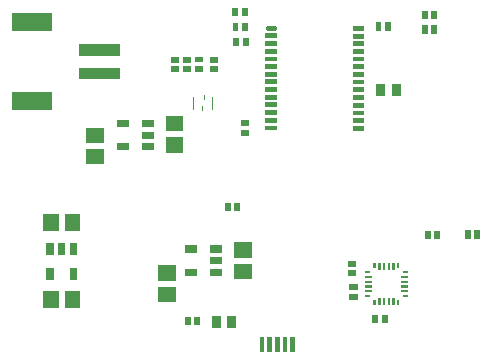
<source format=gtp>
G04 start of page 12 for group -4015 idx -4015 *
G04 Title: SAP, toppaste *
G04 Creator: pcb 4.0.2 *
G04 CreationDate: Sat Jan 19 10:52:36 2019 UTC *
G04 For: phil *
G04 Format: Gerber/RS-274X *
G04 PCB-Dimensions (mil): 1811.02 1574.80 *
G04 PCB-Coordinate-Origin: lower left *
%MOIN*%
%FSLAX25Y25*%
%LNGTP*%
%ADD73C,0.0001*%
%ADD72C,0.0160*%
G54D72*X86453Y127480D02*X88653D01*
G54D73*G36*
X85653Y125680D02*Y124080D01*
X89453D01*
Y125680D01*
X85653D01*
G37*
G36*
Y123180D02*Y121580D01*
X89453D01*
Y123180D01*
X85653D01*
G37*
G36*
Y120580D02*Y118980D01*
X89453D01*
Y120580D01*
X85653D01*
G37*
G36*
Y117980D02*Y116380D01*
X89453D01*
Y117980D01*
X85653D01*
G37*
G36*
Y115480D02*Y113880D01*
X89453D01*
Y115480D01*
X85653D01*
G37*
G36*
Y112880D02*Y111280D01*
X89453D01*
Y112880D01*
X85653D01*
G37*
G36*
Y110380D02*Y108780D01*
X89453D01*
Y110380D01*
X85653D01*
G37*
G36*
Y107780D02*Y106180D01*
X89453D01*
Y107780D01*
X85653D01*
G37*
G36*
Y105180D02*Y103580D01*
X89453D01*
Y105180D01*
X85653D01*
G37*
G36*
Y102680D02*Y101080D01*
X89453D01*
Y102680D01*
X85653D01*
G37*
G36*
Y100080D02*Y98480D01*
X89453D01*
Y100080D01*
X85653D01*
G37*
G36*
Y97580D02*Y95980D01*
X89453D01*
Y97580D01*
X85653D01*
G37*
G36*
Y94980D02*Y93380D01*
X89453D01*
Y94980D01*
X85653D01*
G37*
G36*
X114753Y94880D02*Y93280D01*
X118553D01*
Y94880D01*
X114753D01*
G37*
G36*
Y97480D02*Y95880D01*
X118553D01*
Y97480D01*
X114753D01*
G37*
G36*
Y99980D02*Y98380D01*
X118553D01*
Y99980D01*
X114753D01*
G37*
G36*
Y102580D02*Y100980D01*
X118553D01*
Y102580D01*
X114753D01*
G37*
G36*
Y105180D02*Y103580D01*
X118553D01*
Y105180D01*
X114753D01*
G37*
G36*
Y107680D02*Y106080D01*
X118553D01*
Y107680D01*
X114753D01*
G37*
G36*
Y110280D02*Y108680D01*
X118553D01*
Y110280D01*
X114753D01*
G37*
G36*
Y112780D02*Y111180D01*
X118553D01*
Y112780D01*
X114753D01*
G37*
G36*
Y115380D02*Y113780D01*
X118553D01*
Y115380D01*
X114753D01*
G37*
G36*
Y117980D02*Y116380D01*
X118553D01*
Y117980D01*
X114753D01*
G37*
G36*
Y120480D02*Y118880D01*
X118553D01*
Y120480D01*
X114753D01*
G37*
G36*
Y123080D02*Y121480D01*
X118553D01*
Y123080D01*
X114753D01*
G37*
G36*
Y125580D02*Y123980D01*
X118553D01*
Y125580D01*
X114753D01*
G37*
G36*
Y128180D02*Y126580D01*
X118553D01*
Y128180D01*
X114753D01*
G37*
G36*
X25985Y87205D02*Y82087D01*
X31889D01*
Y87205D01*
X25985D01*
G37*
G36*
Y94291D02*Y89173D01*
X31889D01*
Y94291D01*
X25985D01*
G37*
G36*
X52421Y91094D02*Y85976D01*
X58325D01*
Y91094D01*
X52421D01*
G37*
G36*
Y98180D02*Y93062D01*
X58325D01*
Y98180D01*
X52421D01*
G37*
G36*
X50041Y41265D02*Y36147D01*
X55945D01*
Y41265D01*
X50041D01*
G37*
G36*
Y48351D02*Y43233D01*
X55945D01*
Y48351D01*
X50041D01*
G37*
G36*
X75357Y56061D02*Y50943D01*
X81261D01*
Y56061D01*
X75357D01*
G37*
G36*
Y48975D02*Y43857D01*
X81261D01*
Y48975D01*
X75357D01*
G37*
G36*
X59057Y55038D02*Y52638D01*
X63057D01*
Y55038D01*
X59057D01*
G37*
G36*
Y47238D02*Y44838D01*
X63057D01*
Y47238D01*
X59057D01*
G37*
G36*
X67257D02*Y44838D01*
X71257D01*
Y47238D01*
X67257D01*
G37*
G36*
Y51138D02*Y48738D01*
X71257D01*
Y51138D01*
X67257D01*
G37*
G36*
Y55038D02*Y52638D01*
X71257D01*
Y55038D01*
X67257D01*
G37*
G36*
X23580Y122139D02*Y118219D01*
X37350D01*
Y122139D01*
X23580D01*
G37*
G36*
Y114264D02*Y110334D01*
X37350D01*
Y114264D01*
X23580D01*
G37*
G36*
X1145Y132359D02*Y126459D01*
X14525D01*
Y132359D01*
X1145D01*
G37*
G36*
X1150Y106009D02*Y100109D01*
X14520D01*
Y106009D01*
X1150D01*
G37*
G36*
X15093Y47591D02*X12693D01*
Y43591D01*
X15093D01*
Y47591D01*
G37*
G36*
X22893D02*X20493D01*
Y43591D01*
X22893D01*
Y47591D01*
G37*
G36*
Y55791D02*X20493D01*
Y51791D01*
X22893D01*
Y55791D01*
G37*
G36*
X18993D02*X16593D01*
Y51791D01*
X18993D01*
Y55791D01*
G37*
G36*
X15093D02*X12693D01*
Y51791D01*
X15093D01*
Y55791D01*
G37*
G36*
X23936Y65629D02*X18818D01*
Y59725D01*
X23936D01*
Y65629D01*
G37*
G36*
X16850D02*X11732D01*
Y59725D01*
X16850D01*
Y65629D01*
G37*
G36*
X16772Y39960D02*X11654D01*
Y34056D01*
X16772D01*
Y39960D01*
G37*
G36*
X23858D02*X18740D01*
Y34056D01*
X23858D01*
Y39960D01*
G37*
G36*
X142910Y133188D02*X140942D01*
Y130434D01*
X142910D01*
Y133188D01*
G37*
G36*
X139762D02*X137794D01*
Y130434D01*
X139762D01*
Y133188D01*
G37*
G36*
X139765Y128346D02*X137797D01*
Y125592D01*
X139765D01*
Y128346D01*
G37*
G36*
X142913D02*X140945D01*
Y125592D01*
X142913D01*
Y128346D01*
G37*
G36*
X143896Y59842D02*X141928D01*
Y57088D01*
X143896D01*
Y59842D01*
G37*
G36*
X140748D02*X138780D01*
Y57088D01*
X140748D01*
Y59842D01*
G37*
G36*
X154135Y59999D02*X152167D01*
Y57245D01*
X154135D01*
Y59999D01*
G37*
G36*
X157283D02*X155315D01*
Y57245D01*
X157283D01*
Y59999D01*
G37*
G36*
X76004Y31496D02*X73052D01*
Y27560D01*
X76004D01*
Y31496D01*
G37*
G36*
X70886D02*X67934D01*
Y27560D01*
X70886D01*
Y31496D01*
G37*
G36*
X77442Y93582D02*Y91614D01*
X80196D01*
Y93582D01*
X77442D01*
G37*
G36*
Y96730D02*Y94762D01*
X80196D01*
Y96730D01*
X77442D01*
G37*
G36*
X74134Y69133D02*X72166D01*
Y66379D01*
X74134D01*
Y69133D01*
G37*
G36*
X77282D02*X75314D01*
Y66379D01*
X77282D01*
Y69133D01*
G37*
G36*
X62284Y114844D02*Y112876D01*
X65038D01*
Y114844D01*
X62284D01*
G37*
G36*
Y117992D02*Y116024D01*
X65038D01*
Y117992D01*
X62284D01*
G37*
G36*
X54135Y117952D02*Y115984D01*
X56889D01*
Y117952D01*
X54135D01*
G37*
G36*
Y114804D02*Y112836D01*
X56889D01*
Y114804D01*
X54135D01*
G37*
G36*
X58308Y114764D02*Y112796D01*
X61062D01*
Y114764D01*
X58308D01*
G37*
G36*
Y117912D02*Y115944D01*
X61062D01*
Y117912D01*
X58308D01*
G37*
G36*
X67245Y117913D02*Y115945D01*
X69999D01*
Y117913D01*
X67245D01*
G37*
G36*
Y114765D02*Y112797D01*
X69999D01*
Y114765D01*
X67245D01*
G37*
G36*
X76655Y134172D02*X74687D01*
Y131418D01*
X76655D01*
Y134172D01*
G37*
G36*
X79803D02*X77835D01*
Y131418D01*
X79803D01*
Y134172D01*
G37*
G36*
X76929Y124251D02*X74961D01*
Y121497D01*
X76929D01*
Y124251D01*
G37*
G36*
X80077D02*X78109D01*
Y121497D01*
X80077D01*
Y124251D01*
G37*
G36*
X79880Y129172D02*X77912D01*
Y126418D01*
X79880D01*
Y129172D01*
G37*
G36*
X76732D02*X74764D01*
Y126418D01*
X76732D01*
Y129172D01*
G37*
G36*
X127518Y129330D02*X125550D01*
Y126576D01*
X127518D01*
Y129330D01*
G37*
G36*
X124370D02*X122402D01*
Y126576D01*
X124370D01*
Y129330D01*
G37*
G36*
X36252Y96877D02*Y94477D01*
X40252D01*
Y96877D01*
X36252D01*
G37*
G36*
Y89077D02*Y86677D01*
X40252D01*
Y89077D01*
X36252D01*
G37*
G36*
X44452D02*Y86677D01*
X48452D01*
Y89077D01*
X44452D01*
G37*
G36*
Y92977D02*Y90577D01*
X48452D01*
Y92977D01*
X44452D01*
G37*
G36*
Y96877D02*Y94477D01*
X48452D01*
Y96877D01*
X44452D01*
G37*
G36*
X68346Y104606D02*X67952D01*
Y100276D01*
X68346D01*
Y104606D01*
G37*
G36*
X65590Y105000D02*X65196D01*
Y103425D01*
X65590D01*
Y105000D01*
G37*
G36*
X62047Y104606D02*X61653D01*
Y100276D01*
X62047D01*
Y104606D01*
G37*
G36*
X64803Y101457D02*X64409D01*
Y99882D01*
X64803D01*
Y101457D01*
G37*
G36*
X125649Y108740D02*X122697D01*
Y104804D01*
X125649D01*
Y108740D01*
G37*
G36*
X130767D02*X127815D01*
Y104804D01*
X130767D01*
Y108740D01*
G37*
G36*
X113702Y38938D02*Y36970D01*
X116456D01*
Y38938D01*
X113702D01*
G37*
G36*
Y42086D02*Y40118D01*
X116456D01*
Y42086D01*
X113702D01*
G37*
G36*
X113269Y46733D02*Y44765D01*
X116023D01*
Y46733D01*
X113269D01*
G37*
G36*
Y49881D02*Y47913D01*
X116023D01*
Y49881D01*
X113269D01*
G37*
G36*
X126455Y31928D02*X124487D01*
Y29174D01*
X126455D01*
Y31928D01*
G37*
G36*
X123307D02*X121339D01*
Y29174D01*
X123307D01*
Y31928D01*
G37*
G36*
X130393Y49211D02*X129606D01*
Y47539D01*
X130393D01*
Y49211D01*
G37*
G36*
X128818D02*X128031D01*
Y46850D01*
X128818D01*
Y49211D01*
G37*
G36*
X127243D02*X126456D01*
Y46850D01*
X127243D01*
Y49211D01*
G37*
G36*
X125669D02*X124882D01*
Y46850D01*
X125669D01*
Y49211D01*
G37*
G36*
X124094D02*X123307D01*
Y46850D01*
X124094D01*
Y49211D01*
G37*
G36*
X122519D02*X121732D01*
Y47539D01*
X122519D01*
Y49211D01*
G37*
G36*
X118977Y46456D02*Y45669D01*
X120649D01*
Y46456D01*
X118977D01*
G37*
G36*
Y44881D02*Y44094D01*
X121338D01*
Y44881D01*
X118977D01*
G37*
G36*
Y43306D02*Y42519D01*
X121338D01*
Y43306D01*
X118977D01*
G37*
G36*
Y41732D02*Y40945D01*
X121338D01*
Y41732D01*
X118977D01*
G37*
G36*
Y40157D02*Y39370D01*
X121338D01*
Y40157D01*
X118977D01*
G37*
G36*
Y38582D02*Y37795D01*
X120649D01*
Y38582D01*
X118977D01*
G37*
G36*
X122519Y36712D02*X121732D01*
Y35040D01*
X122519D01*
Y36712D01*
G37*
G36*
X124094Y37401D02*X123307D01*
Y35040D01*
X124094D01*
Y37401D01*
G37*
G36*
X125669D02*X124882D01*
Y35040D01*
X125669D01*
Y37401D01*
G37*
G36*
X127243D02*X126456D01*
Y35040D01*
X127243D01*
Y37401D01*
G37*
G36*
X128818D02*X128031D01*
Y35040D01*
X128818D01*
Y37401D01*
G37*
G36*
X130393Y36712D02*X129606D01*
Y35040D01*
X130393D01*
Y36712D01*
G37*
G36*
X131476Y38582D02*Y37795D01*
X133148D01*
Y38582D01*
X131476D01*
G37*
G36*
X130787Y40157D02*Y39370D01*
X133148D01*
Y40157D01*
X130787D01*
G37*
G36*
Y41732D02*Y40945D01*
X133148D01*
Y41732D01*
X130787D01*
G37*
G36*
Y43306D02*Y42519D01*
X133148D01*
Y43306D01*
X130787D01*
G37*
G36*
Y44881D02*Y44094D01*
X133148D01*
Y44881D01*
X130787D01*
G37*
G36*
X131476Y46456D02*Y45669D01*
X133148D01*
Y46456D01*
X131476D01*
G37*
G36*
X60827Y31141D02*X58859D01*
Y28387D01*
X60827D01*
Y31141D01*
G37*
G36*
X63975D02*X62007D01*
Y28387D01*
X63975D01*
Y31141D01*
G37*
G36*
X85354Y24487D02*X83780D01*
Y19370D01*
X85354D01*
Y24487D01*
G37*
G36*
X87913D02*X86339D01*
Y19370D01*
X87913D01*
Y24487D01*
G37*
G36*
X90472D02*X88898D01*
Y19370D01*
X90472D01*
Y24487D01*
G37*
G36*
X93031D02*X91457D01*
Y19370D01*
X93031D01*
Y24487D01*
G37*
G36*
X95590D02*X94016D01*
Y19370D01*
X95590D01*
Y24487D01*
G37*
M02*

</source>
